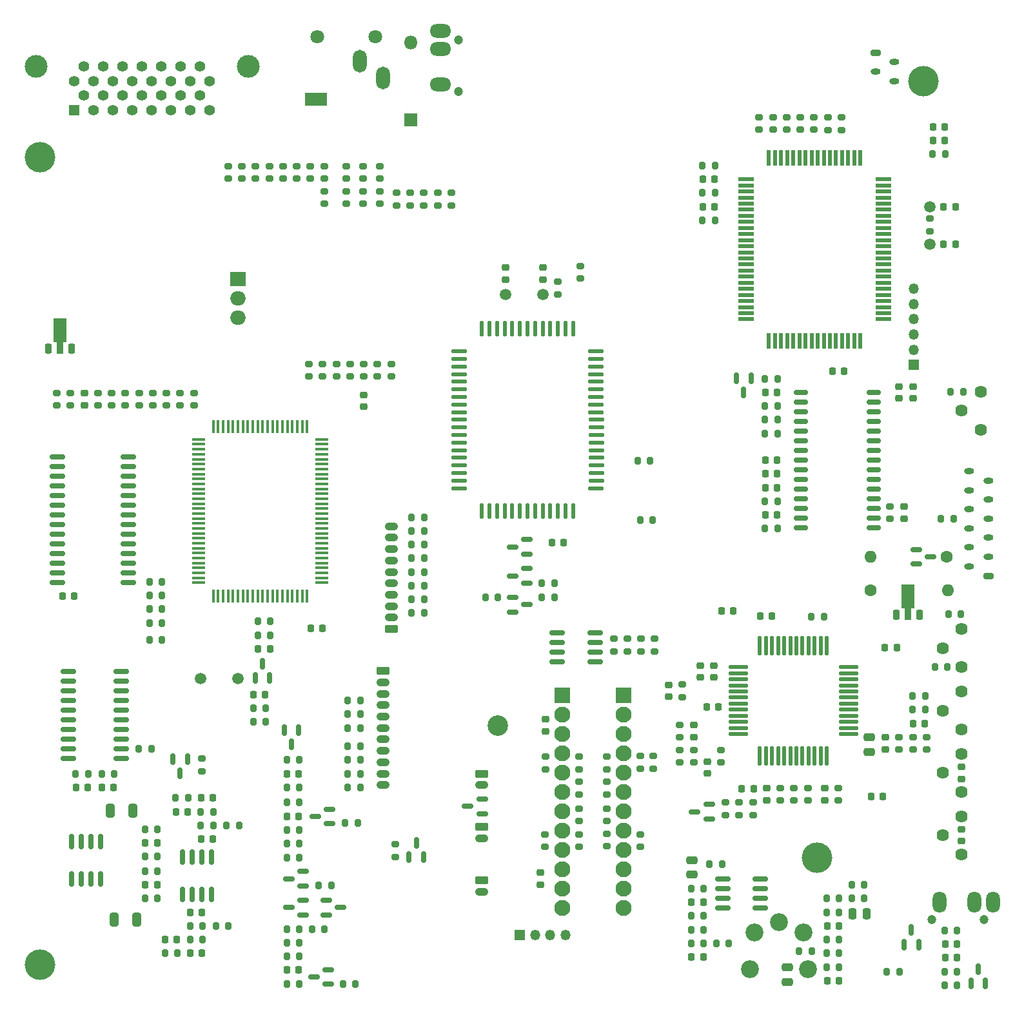
<source format=gbr>
%TF.GenerationSoftware,KiCad,Pcbnew,8.0.9-8.0.9-0~ubuntu24.04.1*%
%TF.CreationDate,2025-02-24T01:21:31+01:00*%
%TF.ProjectId,Main_PCB,4d61696e-5f50-4434-922e-6b696361645f,0.1*%
%TF.SameCoordinates,Original*%
%TF.FileFunction,Soldermask,Top*%
%TF.FilePolarity,Negative*%
%FSLAX46Y46*%
G04 Gerber Fmt 4.6, Leading zero omitted, Abs format (unit mm)*
G04 Created by KiCad (PCBNEW 8.0.9-8.0.9-0~ubuntu24.04.1) date 2025-02-24 01:21:31*
%MOMM*%
%LPD*%
G01*
G04 APERTURE LIST*
G04 Aperture macros list*
%AMRoundRect*
0 Rectangle with rounded corners*
0 $1 Rounding radius*
0 $2 $3 $4 $5 $6 $7 $8 $9 X,Y pos of 4 corners*
0 Add a 4 corners polygon primitive as box body*
4,1,4,$2,$3,$4,$5,$6,$7,$8,$9,$2,$3,0*
0 Add four circle primitives for the rounded corners*
1,1,$1+$1,$2,$3*
1,1,$1+$1,$4,$5*
1,1,$1+$1,$6,$7*
1,1,$1+$1,$8,$9*
0 Add four rect primitives between the rounded corners*
20,1,$1+$1,$2,$3,$4,$5,0*
20,1,$1+$1,$4,$5,$6,$7,0*
20,1,$1+$1,$6,$7,$8,$9,0*
20,1,$1+$1,$8,$9,$2,$3,0*%
%AMFreePoly0*
4,1,9,3.862500,-0.866500,0.737500,-0.866500,0.737500,-0.450000,-0.737500,-0.450000,-0.737500,0.450000,0.737500,0.450000,0.737500,0.866500,3.862500,0.866500,3.862500,-0.866500,3.862500,-0.866500,$1*%
G04 Aperture macros list end*
%ADD10C,1.500000*%
%ADD11RoundRect,0.225000X-0.250000X0.225000X-0.250000X-0.225000X0.250000X-0.225000X0.250000X0.225000X0*%
%ADD12C,2.340000*%
%ADD13RoundRect,0.200000X0.275000X-0.200000X0.275000X0.200000X-0.275000X0.200000X-0.275000X-0.200000X0*%
%ADD14RoundRect,0.225000X0.250000X-0.225000X0.250000X0.225000X-0.250000X0.225000X-0.250000X-0.225000X0*%
%ADD15RoundRect,0.200000X-0.200000X-0.275000X0.200000X-0.275000X0.200000X0.275000X-0.200000X0.275000X0*%
%ADD16RoundRect,0.200000X0.200000X0.275000X-0.200000X0.275000X-0.200000X-0.275000X0.200000X-0.275000X0*%
%ADD17RoundRect,0.225000X0.225000X0.250000X-0.225000X0.250000X-0.225000X-0.250000X0.225000X-0.250000X0*%
%ADD18RoundRect,0.150000X0.587500X0.150000X-0.587500X0.150000X-0.587500X-0.150000X0.587500X-0.150000X0*%
%ADD19RoundRect,0.200000X-0.275000X0.200000X-0.275000X-0.200000X0.275000X-0.200000X0.275000X0.200000X0*%
%ADD20RoundRect,0.150000X-0.587500X-0.150000X0.587500X-0.150000X0.587500X0.150000X-0.587500X0.150000X0*%
%ADD21RoundRect,0.150000X-0.825000X-0.150000X0.825000X-0.150000X0.825000X0.150000X-0.825000X0.150000X0*%
%ADD22RoundRect,0.250000X-0.250000X-0.475000X0.250000X-0.475000X0.250000X0.475000X-0.250000X0.475000X0*%
%ADD23C,4.000000*%
%ADD24RoundRect,0.225000X-0.225000X-0.250000X0.225000X-0.250000X0.225000X0.250000X-0.225000X0.250000X0*%
%ADD25RoundRect,0.137500X0.862500X0.137500X-0.862500X0.137500X-0.862500X-0.137500X0.862500X-0.137500X0*%
%ADD26RoundRect,0.137500X0.137500X0.862500X-0.137500X0.862500X-0.137500X-0.862500X0.137500X-0.862500X0*%
%ADD27RoundRect,0.137500X0.862500X-0.137500X0.862500X0.137500X-0.862500X0.137500X-0.862500X-0.137500X0*%
%ADD28RoundRect,0.250000X0.475000X-0.250000X0.475000X0.250000X-0.475000X0.250000X-0.475000X-0.250000X0*%
%ADD29RoundRect,0.100000X0.775000X0.100000X-0.775000X0.100000X-0.775000X-0.100000X0.775000X-0.100000X0*%
%ADD30RoundRect,0.100000X0.100000X0.775000X-0.100000X0.775000X-0.100000X-0.775000X0.100000X-0.775000X0*%
%ADD31RoundRect,0.150000X-0.150000X0.825000X-0.150000X-0.825000X0.150000X-0.825000X0.150000X0.825000X0*%
%ADD32RoundRect,0.250000X0.325000X0.650000X-0.325000X0.650000X-0.325000X-0.650000X0.325000X-0.650000X0*%
%ADD33RoundRect,0.150000X-0.150000X0.587500X-0.150000X-0.587500X0.150000X-0.587500X0.150000X0.587500X0*%
%ADD34RoundRect,0.150000X0.837500X0.150000X-0.837500X0.150000X-0.837500X-0.150000X0.837500X-0.150000X0*%
%ADD35RoundRect,0.150000X0.875000X0.150000X-0.875000X0.150000X-0.875000X-0.150000X0.875000X-0.150000X0*%
%ADD36RoundRect,0.150000X0.150000X-0.587500X0.150000X0.587500X-0.150000X0.587500X-0.150000X-0.587500X0*%
%ADD37RoundRect,0.150000X0.750000X0.150000X-0.750000X0.150000X-0.750000X-0.150000X0.750000X-0.150000X0*%
%ADD38RoundRect,0.225000X0.225000X-0.425000X0.225000X0.425000X-0.225000X0.425000X-0.225000X-0.425000X0*%
%ADD39FreePoly0,90.000000*%
%ADD40RoundRect,0.137500X-1.112500X-0.137500X1.112500X-0.137500X1.112500X0.137500X-1.112500X0.137500X0*%
%ADD41RoundRect,0.137500X0.137500X-1.112500X0.137500X1.112500X-0.137500X1.112500X-0.137500X-1.112500X0*%
%ADD42C,2.700000*%
%ADD43R,2.000000X0.500000*%
%ADD44R,0.500000X2.000000*%
%ADD45RoundRect,0.250000X-0.475000X0.250000X-0.475000X-0.250000X0.475000X-0.250000X0.475000X0.250000X0*%
%ADD46R,1.350000X1.350000*%
%ADD47O,1.350000X1.350000*%
%ADD48C,1.200000*%
%ADD49O,2.800000X1.800000*%
%ADD50RoundRect,0.200000X0.450000X-0.200000X0.450000X0.200000X-0.450000X0.200000X-0.450000X-0.200000X0*%
%ADD51O,1.300000X0.800000*%
%ADD52RoundRect,0.250000X0.615000X-0.265000X0.615000X0.265000X-0.615000X0.265000X-0.615000X-0.265000X0*%
%ADD53O,1.730000X1.030000*%
%ADD54RoundRect,0.250000X-0.615000X0.265000X-0.615000X-0.265000X0.615000X-0.265000X0.615000X0.265000X0*%
%ADD55C,1.600000*%
%ADD56O,1.600000X1.600000*%
%ADD57C,1.620000*%
%ADD58R,2.100000X2.100000*%
%ADD59C,2.100000*%
%ADD60O,1.800000X2.800000*%
%ADD61RoundRect,0.200000X-0.450000X0.200000X-0.450000X-0.200000X0.450000X-0.200000X0.450000X0.200000X0*%
%ADD62R,1.400000X1.400000*%
%ADD63C,1.400000*%
%ADD64C,3.000000*%
%ADD65C,1.800000*%
%ADD66R,3.000000X1.800000*%
%ADD67O,1.800000X3.000000*%
%ADD68R,1.800000X1.800000*%
%ADD69O,1.800000X1.800000*%
%ADD70R,2.000000X1.905000*%
%ADD71O,2.000000X1.905000*%
G04 APERTURE END LIST*
D10*
%TO.C,X101*%
X166800000Y-107400000D03*
X166800000Y-102500000D03*
%TD*%
D11*
%TO.C,C148*%
X92500000Y-127225000D03*
X92500000Y-128775000D03*
%TD*%
D12*
%TO.C,RV201*%
X150800000Y-202700000D03*
X150200000Y-197900000D03*
X147000000Y-196500000D03*
X143800000Y-197900000D03*
X143200000Y-202700000D03*
%TD*%
D11*
%TO.C,C146*%
X116000000Y-110525000D03*
X116000000Y-112075000D03*
%TD*%
D13*
%TO.C,R146*%
X128900000Y-160925000D03*
X128900000Y-159275000D03*
%TD*%
D14*
%TO.C,C120*%
X135800000Y-172175000D03*
X135800000Y-170625000D03*
%TD*%
D15*
%TO.C,R222*%
X85675000Y-197400000D03*
X87325000Y-197400000D03*
%TD*%
D16*
%TO.C,R236*%
X158225000Y-193400000D03*
X156575000Y-193400000D03*
%TD*%
D17*
%TO.C,C204*%
X59675000Y-178800000D03*
X58125000Y-178800000D03*
%TD*%
D18*
%TO.C,Q206*%
X84537500Y-191750000D03*
X84537500Y-189850000D03*
X82662500Y-190800000D03*
%TD*%
D19*
%TO.C,R151*%
X124400000Y-184875000D03*
X124400000Y-186525000D03*
%TD*%
D14*
%TO.C,C145*%
X111100000Y-112075000D03*
X111100000Y-110525000D03*
%TD*%
D19*
%TO.C,R308*%
X52200000Y-126975000D03*
X52200000Y-128625000D03*
%TD*%
D20*
%TO.C,D203*%
X87562500Y-193650000D03*
X87562500Y-195550000D03*
X89437500Y-194600000D03*
%TD*%
D16*
%TO.C,R127*%
X166225000Y-166800000D03*
X164575000Y-166800000D03*
%TD*%
D15*
%TO.C,R501*%
X90375000Y-177000000D03*
X92025000Y-177000000D03*
%TD*%
D16*
%TO.C,R220*%
X91425000Y-204600000D03*
X89775000Y-204600000D03*
%TD*%
D21*
%TO.C,IC103*%
X117925000Y-158495000D03*
X117925000Y-159765000D03*
X117925000Y-161035000D03*
X117925000Y-162305000D03*
X122875000Y-162305000D03*
X122875000Y-161035000D03*
X122875000Y-159765000D03*
X122875000Y-158495000D03*
%TD*%
D14*
%TO.C,C103*%
X163400000Y-143475000D03*
X163400000Y-141925000D03*
%TD*%
D17*
%TO.C,C108*%
X146775000Y-139400000D03*
X145225000Y-139400000D03*
%TD*%
D15*
%TO.C,R164*%
X115875000Y-153800000D03*
X117525000Y-153800000D03*
%TD*%
D22*
%TO.C,C223*%
X156650000Y-195400000D03*
X158550000Y-195400000D03*
%TD*%
D23*
%TO.C,H4*%
X152000000Y-188000000D03*
%TD*%
D15*
%TO.C,R130*%
X136975000Y-97100000D03*
X138625000Y-97100000D03*
%TD*%
D13*
%TO.C,R176*%
X92400000Y-102125000D03*
X92400000Y-100475000D03*
%TD*%
D15*
%TO.C,R508*%
X98775000Y-148700000D03*
X100425000Y-148700000D03*
%TD*%
D24*
%TO.C,C139*%
X145225000Y-126900000D03*
X146775000Y-126900000D03*
%TD*%
D13*
%TO.C,R134*%
X128800000Y-186625000D03*
X128800000Y-184975000D03*
%TD*%
D18*
%TO.C,D104*%
X108037500Y-182250000D03*
X108037500Y-180350000D03*
X106162500Y-181300000D03*
%TD*%
D17*
%TO.C,C130*%
X162475000Y-160400000D03*
X160925000Y-160400000D03*
%TD*%
D25*
%TO.C,IC108*%
X123000000Y-139500000D03*
X123037500Y-138500000D03*
X123037500Y-137500000D03*
X123037500Y-136500000D03*
X123037500Y-135500000D03*
X123037500Y-134500000D03*
X123037500Y-133500000D03*
X123037500Y-132500000D03*
X123037500Y-131500000D03*
X123037500Y-130500000D03*
X123000000Y-129500000D03*
X123000000Y-128500000D03*
X123000000Y-127500000D03*
X123000000Y-126500000D03*
X123000000Y-125500000D03*
X123000000Y-124500000D03*
X123000000Y-123500000D03*
X123000000Y-122500000D03*
X123000000Y-121500000D03*
D26*
X120000000Y-118500000D03*
X119000000Y-118500000D03*
X118000000Y-118500000D03*
X117000000Y-118500000D03*
X116000000Y-118500000D03*
X115000000Y-118500000D03*
X114000000Y-118500000D03*
X113000000Y-118500000D03*
X112000000Y-118500000D03*
X111000000Y-118500000D03*
X110000000Y-118500000D03*
X109000000Y-118500000D03*
X108000000Y-118500000D03*
D25*
X105000000Y-121500000D03*
X105000000Y-122500000D03*
X105000000Y-123500000D03*
X105000000Y-124500000D03*
X105000000Y-125500000D03*
X105000000Y-126500000D03*
X105000000Y-127500000D03*
X105000000Y-128500000D03*
X105000000Y-129500000D03*
X105000000Y-130500000D03*
X105000000Y-131500000D03*
X105000000Y-132500000D03*
X105000000Y-133500000D03*
X105000000Y-134500000D03*
X105000000Y-135500000D03*
X105000000Y-136500000D03*
D27*
X105000000Y-137500000D03*
X105000000Y-138500000D03*
X105000000Y-139500000D03*
D26*
X108000000Y-142500000D03*
X109000000Y-142500000D03*
X110000000Y-142500000D03*
X111000000Y-142500000D03*
X112000000Y-142500000D03*
X113000000Y-142500000D03*
X114000000Y-142500000D03*
X115000000Y-142500000D03*
X116000000Y-142500000D03*
X117000000Y-142500000D03*
X118000000Y-142500000D03*
X119000000Y-142500000D03*
X120000000Y-142500000D03*
%TD*%
D19*
%TO.C,R175*%
X120900000Y-110275000D03*
X120900000Y-111925000D03*
%TD*%
D11*
%TO.C,C138*%
X116400000Y-169875000D03*
X116400000Y-171425000D03*
%TD*%
D19*
%TO.C,R519*%
X96800000Y-100675000D03*
X96800000Y-102325000D03*
%TD*%
%TO.C,R521*%
X83700000Y-97175000D03*
X83700000Y-98825000D03*
%TD*%
%TO.C,R140*%
X125300000Y-159275000D03*
X125300000Y-160925000D03*
%TD*%
D15*
%TO.C,R157*%
X90375000Y-167400000D03*
X92025000Y-167400000D03*
%TD*%
D17*
%TO.C,C214*%
X71275000Y-195200000D03*
X69725000Y-195200000D03*
%TD*%
D28*
%TO.C,C219*%
X148100000Y-204350000D03*
X148100000Y-202450000D03*
%TD*%
D15*
%TO.C,R126*%
X164575000Y-168600000D03*
X166225000Y-168600000D03*
%TD*%
D16*
%TO.C,R169*%
X84025000Y-175200000D03*
X82375000Y-175200000D03*
%TD*%
D11*
%TO.C,C124*%
X145400000Y-178925000D03*
X145400000Y-180475000D03*
%TD*%
D13*
%TO.C,R181*%
X90700000Y-124825000D03*
X90700000Y-123175000D03*
%TD*%
D19*
%TO.C,R194*%
X96100000Y-123175000D03*
X96100000Y-124825000D03*
%TD*%
D17*
%TO.C,C217*%
X83975000Y-202800000D03*
X82425000Y-202800000D03*
%TD*%
D11*
%TO.C,C111*%
X171000000Y-184325000D03*
X171000000Y-185875000D03*
%TD*%
D17*
%TO.C,C132*%
X138575000Y-102500000D03*
X137025000Y-102500000D03*
%TD*%
D29*
%TO.C,IC109*%
X87025000Y-151925000D03*
X87025000Y-151275000D03*
X87025000Y-150625000D03*
X87025000Y-149975000D03*
X87025000Y-149325000D03*
X87025000Y-148675000D03*
X87025000Y-148025000D03*
X87025000Y-147375000D03*
X87025000Y-146725000D03*
X87025000Y-146075000D03*
X87025000Y-145425000D03*
X87025000Y-144775000D03*
X87025000Y-144125000D03*
X87025000Y-143475000D03*
X87025000Y-142825000D03*
X87025000Y-142175000D03*
X87025000Y-141525000D03*
X87025000Y-140875000D03*
X87025000Y-140225000D03*
X87025000Y-139575000D03*
X87025000Y-138925000D03*
X87025000Y-138275000D03*
X87025000Y-137625000D03*
X87025000Y-136975000D03*
X87025000Y-136325000D03*
X87025000Y-135675000D03*
X87025000Y-135025000D03*
X87025000Y-134375000D03*
X87025000Y-133725000D03*
X87025000Y-133075000D03*
D30*
X85075000Y-131375000D03*
X84425000Y-131375000D03*
X83775000Y-131375000D03*
X83125000Y-131375000D03*
X82475000Y-131375000D03*
X81825000Y-131375000D03*
X81175000Y-131375000D03*
X80525000Y-131375000D03*
X79875000Y-131375000D03*
X79225000Y-131375000D03*
X78575000Y-131375000D03*
X77925000Y-131375000D03*
X77275000Y-131375000D03*
X76625000Y-131375000D03*
X75975000Y-131375000D03*
X75325000Y-131375000D03*
X74675000Y-131375000D03*
X74025000Y-131375000D03*
X73375000Y-131375000D03*
X72725000Y-131375000D03*
D29*
X70775000Y-133075000D03*
X70775000Y-133725000D03*
X70775000Y-134375000D03*
X70775000Y-135025000D03*
X70775000Y-135675000D03*
X70775000Y-136325000D03*
X70775000Y-136975000D03*
X70775000Y-137625000D03*
X70775000Y-138275000D03*
X70775000Y-138925000D03*
X70775000Y-139575000D03*
X70775000Y-140225000D03*
X70775000Y-140875000D03*
X70775000Y-141525000D03*
X70775000Y-142175000D03*
X70775000Y-142825000D03*
X70775000Y-143475000D03*
X70775000Y-144125000D03*
X70775000Y-144775000D03*
X70775000Y-145425000D03*
X70775000Y-146075000D03*
X70775000Y-146725000D03*
X70775000Y-147375000D03*
X70775000Y-148025000D03*
X70775000Y-148675000D03*
X70775000Y-149325000D03*
X70775000Y-149975000D03*
X70775000Y-150625000D03*
X70775000Y-151275000D03*
X70775000Y-151925000D03*
D30*
X72725000Y-153625000D03*
X73375000Y-153625000D03*
X74025000Y-153625000D03*
X74675000Y-153625000D03*
X75325000Y-153625000D03*
X75975000Y-153625000D03*
X76625000Y-153625000D03*
X77275000Y-153625000D03*
X77925000Y-153625000D03*
X78575000Y-153625000D03*
X79225000Y-153625000D03*
X79875000Y-153625000D03*
X80525000Y-153625000D03*
X81175000Y-153625000D03*
X81825000Y-153625000D03*
X82475000Y-153625000D03*
X83125000Y-153625000D03*
X83775000Y-153625000D03*
X84425000Y-153625000D03*
X85075000Y-153625000D03*
%TD*%
D14*
%TO.C,C115*%
X138500000Y-164375000D03*
X138500000Y-162825000D03*
%TD*%
D13*
%TO.C,R111*%
X130500000Y-176325000D03*
X130500000Y-174675000D03*
%TD*%
D17*
%TO.C,C228*%
X137075000Y-193900000D03*
X135525000Y-193900000D03*
%TD*%
D31*
%TO.C,IC202*%
X57905000Y-185925000D03*
X56635000Y-185925000D03*
X55365000Y-185925000D03*
X54095000Y-185925000D03*
X54095000Y-190875000D03*
X55365000Y-190875000D03*
X56635000Y-190875000D03*
X57905000Y-190875000D03*
%TD*%
D13*
%TO.C,R123*%
X164600000Y-173825000D03*
X164600000Y-172175000D03*
%TD*%
D11*
%TO.C,C121*%
X137600000Y-175425000D03*
X137600000Y-176975000D03*
%TD*%
D24*
%TO.C,C212*%
X63825000Y-186110000D03*
X65375000Y-186110000D03*
%TD*%
D19*
%TO.C,R522*%
X78300000Y-97175000D03*
X78300000Y-98825000D03*
%TD*%
D16*
%TO.C,R219*%
X84025000Y-188000000D03*
X82375000Y-188000000D03*
%TD*%
D18*
%TO.C,Q103*%
X137837500Y-182950000D03*
X137837500Y-181050000D03*
X135962500Y-182000000D03*
%TD*%
D17*
%TO.C,C218*%
X83975000Y-182600000D03*
X82425000Y-182600000D03*
%TD*%
D19*
%TO.C,R115*%
X135800000Y-173875000D03*
X135800000Y-175525000D03*
%TD*%
D32*
%TO.C,C206*%
X62675000Y-196200000D03*
X59725000Y-196200000D03*
%TD*%
D15*
%TO.C,R233*%
X135475000Y-192100000D03*
X137125000Y-192100000D03*
%TD*%
D19*
%TO.C,R515*%
X104000000Y-100675000D03*
X104000000Y-102325000D03*
%TD*%
%TO.C,R149*%
X116300000Y-184975000D03*
X116300000Y-186625000D03*
%TD*%
D24*
%TO.C,C107*%
X145225000Y-137600000D03*
X146775000Y-137600000D03*
%TD*%
D19*
%TO.C,R138*%
X140000000Y-180775000D03*
X140000000Y-182425000D03*
%TD*%
D23*
%TO.C,H2*%
X166000000Y-86000000D03*
%TD*%
D13*
%TO.C,R103*%
X161600000Y-143525000D03*
X161600000Y-141875000D03*
%TD*%
D19*
%TO.C,R185*%
X59400000Y-126975000D03*
X59400000Y-128625000D03*
%TD*%
D33*
%TO.C,Q307*%
X69350000Y-175062500D03*
X67450000Y-175062500D03*
X68400000Y-176937500D03*
%TD*%
D15*
%TO.C,R231*%
X135475000Y-197500000D03*
X137125000Y-197500000D03*
%TD*%
D24*
%TO.C,C119*%
X139450000Y-155600000D03*
X141000000Y-155600000D03*
%TD*%
D33*
%TO.C,Q105*%
X83950000Y-171262500D03*
X82050000Y-171262500D03*
X83000000Y-173137500D03*
%TD*%
D16*
%TO.C,R137*%
X130100000Y-135900000D03*
X128450000Y-135900000D03*
%TD*%
D13*
%TO.C,R197*%
X98600000Y-102325000D03*
X98600000Y-100675000D03*
%TD*%
D16*
%TO.C,R210*%
X65425000Y-189800000D03*
X63775000Y-189800000D03*
%TD*%
%TO.C,R199*%
X130425000Y-143700000D03*
X128775000Y-143700000D03*
%TD*%
D34*
%TO.C,IC201*%
X60662500Y-175015000D03*
X60662500Y-173745000D03*
X60662500Y-172475000D03*
X60662500Y-171205000D03*
X60662500Y-169935000D03*
X60662500Y-168665000D03*
X60662500Y-167395000D03*
X60662500Y-166125000D03*
X60662500Y-164855000D03*
X60662500Y-163585000D03*
X53737500Y-163585000D03*
X53737500Y-164855000D03*
X53737500Y-166125000D03*
X53737500Y-167395000D03*
X53737500Y-168665000D03*
X53737500Y-169935000D03*
X53737500Y-171205000D03*
X53737500Y-172475000D03*
X53737500Y-173745000D03*
X53737500Y-175015000D03*
%TD*%
D13*
%TO.C,R113*%
X134000000Y-175525000D03*
X134000000Y-173875000D03*
%TD*%
D19*
%TO.C,R142*%
X120800000Y-181575000D03*
X120800000Y-183225000D03*
%TD*%
D11*
%TO.C,C160*%
X171000000Y-176125000D03*
X171000000Y-177675000D03*
%TD*%
D24*
%TO.C,C230*%
X168825000Y-199400000D03*
X170375000Y-199400000D03*
%TD*%
D17*
%TO.C,C123*%
X143675000Y-179000000D03*
X142125000Y-179000000D03*
%TD*%
D13*
%TO.C,R163*%
X166800000Y-105725000D03*
X166800000Y-104075000D03*
%TD*%
%TO.C,R116*%
X141800000Y-182425000D03*
X141800000Y-180775000D03*
%TD*%
D15*
%TO.C,R512*%
X98775000Y-155900000D03*
X100425000Y-155900000D03*
%TD*%
D16*
%TO.C,R204*%
X72725000Y-182000000D03*
X71075000Y-182000000D03*
%TD*%
D17*
%TO.C,C109*%
X146775000Y-143000000D03*
X145225000Y-143000000D03*
%TD*%
%TO.C,C133*%
X160675000Y-180000000D03*
X159125000Y-180000000D03*
%TD*%
D13*
%TO.C,R143*%
X120800000Y-179725000D03*
X120800000Y-178075000D03*
%TD*%
D35*
%TO.C,IC107*%
X61550000Y-151855000D03*
X61550000Y-150585000D03*
X61550000Y-149315000D03*
X61550000Y-148045000D03*
X61550000Y-146775000D03*
X61550000Y-145505000D03*
X61550000Y-144235000D03*
X61550000Y-142965000D03*
X61550000Y-141695000D03*
X61550000Y-140425000D03*
X61550000Y-139155000D03*
X61550000Y-137885000D03*
X61550000Y-136615000D03*
X61550000Y-135345000D03*
X52250000Y-135345000D03*
X52250000Y-136615000D03*
X52250000Y-137885000D03*
X52250000Y-139155000D03*
X52250000Y-140425000D03*
X52250000Y-141695000D03*
X52250000Y-142965000D03*
X52250000Y-144235000D03*
X52250000Y-145505000D03*
X52250000Y-146775000D03*
X52250000Y-148045000D03*
X52250000Y-149315000D03*
X52250000Y-150585000D03*
X52250000Y-151855000D03*
%TD*%
D15*
%TO.C,R201*%
X58075000Y-177000000D03*
X59725000Y-177000000D03*
%TD*%
D16*
%TO.C,R227*%
X154925000Y-202400000D03*
X153275000Y-202400000D03*
%TD*%
D36*
%TO.C,Q104*%
X78250000Y-164437500D03*
X80150000Y-164437500D03*
X79200000Y-162562500D03*
%TD*%
D24*
%TO.C,C203*%
X54725000Y-178800000D03*
X56275000Y-178800000D03*
%TD*%
D14*
%TO.C,C155*%
X55800000Y-128575000D03*
X55800000Y-127025000D03*
%TD*%
D15*
%TO.C,R226*%
X149675000Y-200300000D03*
X151325000Y-200300000D03*
%TD*%
D19*
%TO.C,R112*%
X134000000Y-170575000D03*
X134000000Y-172225000D03*
%TD*%
D37*
%TO.C,IC101*%
X159500000Y-144690000D03*
X159500000Y-143420000D03*
X159500000Y-142150000D03*
X159500000Y-140880000D03*
X159500000Y-139610000D03*
X159500000Y-138340000D03*
X159500000Y-137070000D03*
X159500000Y-135800000D03*
X159500000Y-134530000D03*
X159500000Y-133260000D03*
X159500000Y-131990000D03*
X159500000Y-130720000D03*
X159500000Y-129450000D03*
X159500000Y-128180000D03*
X159500000Y-126910000D03*
X149900000Y-126910000D03*
X149900000Y-128180000D03*
X149900000Y-129450000D03*
X149900000Y-130720000D03*
X149900000Y-131990000D03*
X149900000Y-133260000D03*
X149900000Y-134530000D03*
X149900000Y-135800000D03*
X149900000Y-137070000D03*
X149900000Y-138340000D03*
X149900000Y-139610000D03*
X149900000Y-140880000D03*
X149900000Y-142150000D03*
X149900000Y-143420000D03*
X149900000Y-144690000D03*
%TD*%
D15*
%TO.C,R158*%
X90375000Y-169200000D03*
X92025000Y-169200000D03*
%TD*%
D24*
%TO.C,C210*%
X69725000Y-200600000D03*
X71275000Y-200600000D03*
%TD*%
D14*
%TO.C,C116*%
X136700000Y-164375000D03*
X136700000Y-162825000D03*
%TD*%
D36*
%TO.C,Q209*%
X172250000Y-204537500D03*
X174150000Y-204537500D03*
X173200000Y-202662500D03*
%TD*%
D38*
%TO.C,Q101*%
X162437500Y-156150000D03*
D39*
X163937500Y-156062500D03*
D38*
X165437500Y-156150000D03*
%TD*%
D16*
%TO.C,R200*%
X56325000Y-177000000D03*
X54675000Y-177000000D03*
%TD*%
%TO.C,R168*%
X117525000Y-152000000D03*
X115875000Y-152000000D03*
%TD*%
%TO.C,R218*%
X84025000Y-197400000D03*
X82375000Y-197400000D03*
%TD*%
D21*
%TO.C,IC204*%
X139625000Y-190795000D03*
X139625000Y-192065000D03*
X139625000Y-193335000D03*
X139625000Y-194605000D03*
X144575000Y-194605000D03*
X144575000Y-193335000D03*
X144575000Y-192065000D03*
X144575000Y-190795000D03*
%TD*%
D18*
%TO.C,Q204*%
X113937500Y-151950000D03*
X113937500Y-150050000D03*
X112062500Y-151000000D03*
%TD*%
D13*
%TO.C,R192*%
X94300000Y-124825000D03*
X94300000Y-123175000D03*
%TD*%
D15*
%TO.C,R242*%
X153275000Y-198800000D03*
X154925000Y-198800000D03*
%TD*%
D13*
%TO.C,R125*%
X162800000Y-173825000D03*
X162800000Y-172175000D03*
%TD*%
D16*
%TO.C,R213*%
X84025000Y-186200000D03*
X82375000Y-186200000D03*
%TD*%
D24*
%TO.C,C141*%
X168625000Y-107400000D03*
X170175000Y-107400000D03*
%TD*%
D23*
%TO.C,H1*%
X50000000Y-96000000D03*
%TD*%
D15*
%TO.C,R172*%
X64375000Y-153600000D03*
X66025000Y-153600000D03*
%TD*%
D16*
%TO.C,R129*%
X138625000Y-100700000D03*
X136975000Y-100700000D03*
%TD*%
D17*
%TO.C,C118*%
X139075000Y-168200000D03*
X137525000Y-168200000D03*
%TD*%
D16*
%TO.C,R221*%
X91725000Y-183500000D03*
X90075000Y-183500000D03*
%TD*%
D15*
%TO.C,R505*%
X98775000Y-143300000D03*
X100425000Y-143300000D03*
%TD*%
D19*
%TO.C,R193*%
X92500000Y-123175000D03*
X92500000Y-124825000D03*
%TD*%
D15*
%TO.C,R506*%
X98775000Y-145100000D03*
X100425000Y-145100000D03*
%TD*%
D16*
%TO.C,R128*%
X138625000Y-104300000D03*
X136975000Y-104300000D03*
%TD*%
D17*
%TO.C,C131*%
X138575000Y-98900000D03*
X137025000Y-98900000D03*
%TD*%
D13*
%TO.C,R190*%
X68400000Y-128625000D03*
X68400000Y-126975000D03*
%TD*%
D20*
%TO.C,Q207*%
X112062500Y-153850000D03*
X112062500Y-155750000D03*
X113937500Y-154800000D03*
%TD*%
D24*
%TO.C,C208*%
X66425000Y-198800000D03*
X67975000Y-198800000D03*
%TD*%
D16*
%TO.C,R230*%
X154925000Y-200600000D03*
X153275000Y-200600000D03*
%TD*%
%TO.C,R202*%
X69425000Y-180200000D03*
X67775000Y-180200000D03*
%TD*%
D14*
%TO.C,C105*%
X162800000Y-127675000D03*
X162800000Y-126125000D03*
%TD*%
D17*
%TO.C,C151*%
X79575000Y-166600000D03*
X78025000Y-166600000D03*
%TD*%
D19*
%TO.C,R191*%
X70200000Y-126975000D03*
X70200000Y-128625000D03*
%TD*%
D16*
%TO.C,R232*%
X154925000Y-195200000D03*
X153275000Y-195200000D03*
%TD*%
%TO.C,R211*%
X65425000Y-187910000D03*
X63775000Y-187910000D03*
%TD*%
D15*
%TO.C,R159*%
X90375000Y-171000000D03*
X92025000Y-171000000D03*
%TD*%
D16*
%TO.C,R234*%
X154925000Y-193400000D03*
X153275000Y-193400000D03*
%TD*%
D18*
%TO.C,Q202*%
X88037500Y-183550000D03*
X88037500Y-181650000D03*
X86162500Y-182600000D03*
%TD*%
D19*
%TO.C,R189*%
X66600000Y-126975000D03*
X66600000Y-128625000D03*
%TD*%
D16*
%TO.C,R245*%
X170425000Y-204800000D03*
X168775000Y-204800000D03*
%TD*%
D15*
%TO.C,R173*%
X64375000Y-155400000D03*
X66025000Y-155400000D03*
%TD*%
%TO.C,R209*%
X69675000Y-197000000D03*
X71325000Y-197000000D03*
%TD*%
D36*
%TO.C,Q208*%
X163450000Y-199437500D03*
X165350000Y-199437500D03*
X164400000Y-197562500D03*
%TD*%
D17*
%TO.C,C112*%
X146075000Y-156300000D03*
X144525000Y-156300000D03*
%TD*%
D16*
%TO.C,R206*%
X76125000Y-183800000D03*
X74475000Y-183800000D03*
%TD*%
D15*
%TO.C,R166*%
X77975000Y-170200000D03*
X79625000Y-170200000D03*
%TD*%
D19*
%TO.C,R528*%
X144424000Y-90757000D03*
X144424000Y-92407000D03*
%TD*%
D15*
%TO.C,R170*%
X64375000Y-159400000D03*
X66025000Y-159400000D03*
%TD*%
D13*
%TO.C,R150*%
X124400000Y-176425000D03*
X124400000Y-174775000D03*
%TD*%
D19*
%TO.C,R305*%
X71200000Y-175032500D03*
X71200000Y-176682500D03*
%TD*%
D16*
%TO.C,R207*%
X74725000Y-197000000D03*
X73075000Y-197000000D03*
%TD*%
%TO.C,R152*%
X146825000Y-125100000D03*
X145175000Y-125100000D03*
%TD*%
D17*
%TO.C,C144*%
X118775000Y-146600000D03*
X117225000Y-146600000D03*
%TD*%
D31*
%TO.C,IC203*%
X72505000Y-187925000D03*
X71235000Y-187925000D03*
X69965000Y-187925000D03*
X68695000Y-187925000D03*
X68695000Y-192875000D03*
X69965000Y-192875000D03*
X71235000Y-192875000D03*
X72505000Y-192875000D03*
%TD*%
D14*
%TO.C,C125*%
X153000000Y-180475000D03*
X153000000Y-178925000D03*
%TD*%
D17*
%TO.C,C229*%
X170375000Y-201200000D03*
X168825000Y-201200000D03*
%TD*%
D16*
%TO.C,R198*%
X146825000Y-132300000D03*
X145175000Y-132300000D03*
%TD*%
D15*
%TO.C,R108*%
X145175000Y-144800000D03*
X146825000Y-144800000D03*
%TD*%
D13*
%TO.C,R145*%
X124400000Y-179725000D03*
X124400000Y-178075000D03*
%TD*%
D16*
%TO.C,R243*%
X137125000Y-195700000D03*
X135475000Y-195700000D03*
%TD*%
D18*
%TO.C,Q203*%
X113937500Y-148150000D03*
X113937500Y-146250000D03*
X112062500Y-147200000D03*
%TD*%
D14*
%TO.C,C137*%
X115700000Y-191575000D03*
X115700000Y-190025000D03*
%TD*%
D13*
%TO.C,R302*%
X96600000Y-187925000D03*
X96600000Y-186275000D03*
%TD*%
D19*
%TO.C,R532*%
X155200000Y-90775000D03*
X155200000Y-92425000D03*
%TD*%
D24*
%TO.C,C143*%
X167225000Y-93800000D03*
X168775000Y-93800000D03*
%TD*%
D15*
%TO.C,R229*%
X135475000Y-199300000D03*
X137125000Y-199300000D03*
%TD*%
D19*
%TO.C,R527*%
X87300000Y-97175000D03*
X87300000Y-98825000D03*
%TD*%
D32*
%TO.C,C205*%
X62175000Y-181900000D03*
X59225000Y-181900000D03*
%TD*%
D19*
%TO.C,R500*%
X153422000Y-90775000D03*
X153422000Y-92425000D03*
%TD*%
D17*
%TO.C,C140*%
X170175000Y-102500000D03*
X168625000Y-102500000D03*
%TD*%
D11*
%TO.C,C154*%
X132500000Y-165325000D03*
X132500000Y-166875000D03*
%TD*%
D40*
%TO.C,IC102*%
X141650000Y-163000000D03*
X141650000Y-163800000D03*
X141650000Y-164600000D03*
X141650000Y-165400000D03*
X141650000Y-166200000D03*
X141650000Y-167000000D03*
X141650000Y-167800000D03*
X141650000Y-168600000D03*
X141650000Y-169400000D03*
X141650000Y-170200000D03*
X141650000Y-171000000D03*
X141650000Y-171800000D03*
D41*
X144500000Y-174650000D03*
X145300000Y-174650000D03*
X146100000Y-174650000D03*
X146900000Y-174650000D03*
X147700000Y-174650000D03*
X148500000Y-174650000D03*
X149300000Y-174650000D03*
X150100000Y-174650000D03*
X150900000Y-174650000D03*
X151700000Y-174650000D03*
X152500000Y-174650000D03*
X153300000Y-174650000D03*
D40*
X156150000Y-171800000D03*
X156150000Y-171000000D03*
X156150000Y-170200000D03*
X156150000Y-169400000D03*
X156150000Y-168600000D03*
X156150000Y-167800000D03*
X156150000Y-167000000D03*
X156150000Y-166200000D03*
X156150000Y-165400000D03*
X156150000Y-164600000D03*
X156150000Y-163800000D03*
X156150000Y-163000000D03*
D41*
X153300000Y-160150000D03*
X152500000Y-160150000D03*
X151700000Y-160150000D03*
X150900000Y-160150000D03*
X150100000Y-160150000D03*
X149300000Y-160150000D03*
X148500000Y-160150000D03*
X147700000Y-160150000D03*
X146900000Y-160150000D03*
X146100000Y-160150000D03*
X145300000Y-160150000D03*
X144500000Y-160150000D03*
%TD*%
D19*
%TO.C,R133*%
X128800000Y-174675000D03*
X128800000Y-176325000D03*
%TD*%
D42*
%TO.C,H5*%
X110100000Y-170700000D03*
%TD*%
D19*
%TO.C,R525*%
X80100000Y-97175000D03*
X80100000Y-98825000D03*
%TD*%
D15*
%TO.C,R507*%
X98775000Y-146900000D03*
X100425000Y-146900000D03*
%TD*%
D19*
%TO.C,R517*%
X94600000Y-97175000D03*
X94600000Y-98825000D03*
%TD*%
D13*
%TO.C,R184*%
X57600000Y-128625000D03*
X57600000Y-126975000D03*
%TD*%
D19*
%TO.C,R531*%
X149824000Y-90757000D03*
X149824000Y-92407000D03*
%TD*%
D13*
%TO.C,R136*%
X120800000Y-186625000D03*
X120800000Y-184975000D03*
%TD*%
D19*
%TO.C,R132*%
X120800000Y-174775000D03*
X120800000Y-176425000D03*
%TD*%
D38*
%TO.C,IC302*%
X51100000Y-121150000D03*
D39*
X52600000Y-121062500D03*
D38*
X54100000Y-121150000D03*
%TD*%
D19*
%TO.C,R520*%
X81900000Y-97175000D03*
X81900000Y-98825000D03*
%TD*%
D15*
%TO.C,R174*%
X64375000Y-157200000D03*
X66025000Y-157200000D03*
%TD*%
%TO.C,R153*%
X90375000Y-178800000D03*
X92025000Y-178800000D03*
%TD*%
D16*
%TO.C,R244*%
X162825000Y-203000000D03*
X161175000Y-203000000D03*
%TD*%
%TO.C,R228*%
X140425000Y-199300000D03*
X138775000Y-199300000D03*
%TD*%
D13*
%TO.C,R503*%
X148024000Y-92407000D03*
X148024000Y-90757000D03*
%TD*%
D18*
%TO.C,Q201*%
X87837500Y-204650000D03*
X87837500Y-202750000D03*
X85962500Y-203700000D03*
%TD*%
D24*
%TO.C,C209*%
X71125000Y-180200000D03*
X72675000Y-180200000D03*
%TD*%
D19*
%TO.C,R179*%
X102200000Y-100675000D03*
X102200000Y-102325000D03*
%TD*%
%TO.C,R124*%
X166400000Y-172175000D03*
X166400000Y-173825000D03*
%TD*%
D16*
%TO.C,R205*%
X71325000Y-198800000D03*
X69675000Y-198800000D03*
%TD*%
D13*
%TO.C,R180*%
X85300000Y-124825000D03*
X85300000Y-123175000D03*
%TD*%
D28*
%TO.C,C224*%
X135600000Y-190250000D03*
X135600000Y-188350000D03*
%TD*%
D19*
%TO.C,R121*%
X149000000Y-178875000D03*
X149000000Y-180525000D03*
%TD*%
D14*
%TO.C,C110*%
X164600000Y-127675000D03*
X164600000Y-126125000D03*
%TD*%
D15*
%TO.C,R214*%
X82375000Y-201000000D03*
X84025000Y-201000000D03*
%TD*%
D16*
%TO.C,R212*%
X84025000Y-199200000D03*
X82375000Y-199200000D03*
%TD*%
D13*
%TO.C,R162*%
X118000000Y-114025000D03*
X118000000Y-112375000D03*
%TD*%
D15*
%TO.C,R171*%
X64375000Y-151800000D03*
X66025000Y-151800000D03*
%TD*%
D13*
%TO.C,R160*%
X54000000Y-128625000D03*
X54000000Y-126975000D03*
%TD*%
D17*
%TO.C,C128*%
X166175000Y-170400000D03*
X164625000Y-170400000D03*
%TD*%
D16*
%TO.C,R109*%
X146825000Y-130500000D03*
X145175000Y-130500000D03*
%TD*%
D13*
%TO.C,R141*%
X127100000Y-160925000D03*
X127100000Y-159275000D03*
%TD*%
D16*
%TO.C,R161*%
X110125000Y-153800000D03*
X108475000Y-153800000D03*
%TD*%
D13*
%TO.C,R504*%
X151624000Y-92407000D03*
X151624000Y-90757000D03*
%TD*%
D17*
%TO.C,C104*%
X155575000Y-124100000D03*
X154025000Y-124100000D03*
%TD*%
%TO.C,C213*%
X72675000Y-185600000D03*
X71125000Y-185600000D03*
%TD*%
D24*
%TO.C,C142*%
X167225000Y-92000000D03*
X168775000Y-92000000D03*
%TD*%
D16*
%TO.C,R106*%
X169125000Y-163000000D03*
X167475000Y-163000000D03*
%TD*%
D13*
%TO.C,R148*%
X116400000Y-176425000D03*
X116400000Y-174775000D03*
%TD*%
D19*
%TO.C,R524*%
X74700000Y-97175000D03*
X74700000Y-98825000D03*
%TD*%
D24*
%TO.C,C221*%
X153325000Y-204200000D03*
X154875000Y-204200000D03*
%TD*%
D17*
%TO.C,C152*%
X87075000Y-157900000D03*
X85525000Y-157900000D03*
%TD*%
D43*
%TO.C,IC106*%
X142700000Y-98900000D03*
X142700000Y-99700000D03*
X142700000Y-100500000D03*
X142700000Y-101300000D03*
X142700000Y-102100000D03*
X142700000Y-102900000D03*
X142700000Y-103700000D03*
X142700000Y-104500000D03*
X142700000Y-105300000D03*
X142700000Y-106100000D03*
X142700000Y-106900000D03*
X142700000Y-107700000D03*
X142700000Y-108500000D03*
X142700000Y-109300000D03*
X142700000Y-110100000D03*
X142700000Y-110900000D03*
X142700000Y-111700000D03*
X142700000Y-112500000D03*
X142700000Y-113300000D03*
X142700000Y-114100000D03*
X142700000Y-114900000D03*
X142700000Y-115700000D03*
X142700000Y-116500000D03*
X142700000Y-117300000D03*
D44*
X145700000Y-120100000D03*
X146500000Y-120100000D03*
X147300000Y-120100000D03*
X148100000Y-120100000D03*
X148900000Y-120100000D03*
X149700000Y-120100000D03*
X150500000Y-120100000D03*
X151300000Y-120100000D03*
X152100000Y-120100000D03*
X152900000Y-120100000D03*
X153700000Y-120100000D03*
X154500000Y-120100000D03*
X155300000Y-120100000D03*
X156100000Y-120100000D03*
X156900000Y-120100000D03*
X157700000Y-120100000D03*
D43*
X160700000Y-117300000D03*
X160700000Y-116500000D03*
X160700000Y-115700000D03*
X160700000Y-114900000D03*
X160700000Y-114100000D03*
X160700000Y-113300000D03*
X160700000Y-112500000D03*
X160700000Y-111700000D03*
X160700000Y-110900000D03*
X160700000Y-110100000D03*
X160700000Y-109300000D03*
X160700000Y-108500000D03*
X160700000Y-107700000D03*
X160700000Y-106900000D03*
X160700000Y-106100000D03*
X160700000Y-105300000D03*
X160700000Y-104500000D03*
X160700000Y-103700000D03*
X160700000Y-102900000D03*
X160700000Y-102100000D03*
X160700000Y-101300000D03*
X160700000Y-100500000D03*
X160700000Y-99700000D03*
X160700000Y-98900000D03*
D44*
X157700000Y-96100000D03*
X156900000Y-96100000D03*
X156100000Y-96100000D03*
X155300000Y-96100000D03*
X154500000Y-96100000D03*
X153700000Y-96100000D03*
X152900000Y-96100000D03*
X152100000Y-96100000D03*
X151300000Y-96100000D03*
X150500000Y-96100000D03*
X149700000Y-96100000D03*
X148900000Y-96100000D03*
X148100000Y-96100000D03*
X147300000Y-96100000D03*
X146500000Y-96100000D03*
X145700000Y-96100000D03*
%TD*%
D13*
%TO.C,R186*%
X61200000Y-128625000D03*
X61200000Y-126975000D03*
%TD*%
D15*
%TO.C,R104*%
X169575000Y-126800000D03*
X171225000Y-126800000D03*
%TD*%
D13*
%TO.C,R177*%
X94600000Y-102125000D03*
X94600000Y-100475000D03*
%TD*%
D15*
%TO.C,R208*%
X71075000Y-183800000D03*
X72725000Y-183800000D03*
%TD*%
D13*
%TO.C,R118*%
X147200000Y-180525000D03*
X147200000Y-178875000D03*
%TD*%
D16*
%TO.C,R122*%
X146825000Y-128700000D03*
X145175000Y-128700000D03*
%TD*%
D33*
%TO.C,Q102*%
X143350000Y-125062500D03*
X141450000Y-125062500D03*
X142400000Y-126937500D03*
%TD*%
D15*
%TO.C,R154*%
X82375000Y-178800000D03*
X84025000Y-178800000D03*
%TD*%
D24*
%TO.C,C207*%
X67825000Y-182000000D03*
X69375000Y-182000000D03*
%TD*%
D16*
%TO.C,R537*%
X168825000Y-95600000D03*
X167175000Y-95600000D03*
%TD*%
D19*
%TO.C,R196*%
X90200000Y-100475000D03*
X90200000Y-102125000D03*
%TD*%
D15*
%TO.C,R239*%
X168775000Y-203000000D03*
X170425000Y-203000000D03*
%TD*%
%TO.C,R509*%
X98775000Y-150500000D03*
X100425000Y-150500000D03*
%TD*%
D13*
%TO.C,R183*%
X87100000Y-124825000D03*
X87100000Y-123175000D03*
%TD*%
D19*
%TO.C,R516*%
X92400000Y-97175000D03*
X92400000Y-98825000D03*
%TD*%
%TO.C,R529*%
X146224000Y-90757000D03*
X146224000Y-92407000D03*
%TD*%
D17*
%TO.C,C222*%
X137075000Y-201100000D03*
X135525000Y-201100000D03*
%TD*%
D19*
%TO.C,R523*%
X76500000Y-97175000D03*
X76500000Y-98825000D03*
%TD*%
D15*
%TO.C,R215*%
X82375000Y-184400000D03*
X84025000Y-184400000D03*
%TD*%
D16*
%TO.C,R217*%
X84025000Y-180800000D03*
X82375000Y-180800000D03*
%TD*%
%TO.C,R107*%
X146825000Y-141200000D03*
X145175000Y-141200000D03*
%TD*%
D23*
%TO.C,H3*%
X50000000Y-202100000D03*
%TD*%
D16*
%TO.C,R238*%
X170425000Y-197600000D03*
X168775000Y-197600000D03*
%TD*%
D19*
%TO.C,R120*%
X150800000Y-178875000D03*
X150800000Y-180525000D03*
%TD*%
%TO.C,R147*%
X130700000Y-159275000D03*
X130700000Y-160925000D03*
%TD*%
%TO.C,R187*%
X63000000Y-126975000D03*
X63000000Y-128625000D03*
%TD*%
D36*
%TO.C,Q305*%
X98450000Y-187937500D03*
X100350000Y-187937500D03*
X99400000Y-186062500D03*
%TD*%
D16*
%TO.C,R102*%
X169925000Y-143500000D03*
X168275000Y-143500000D03*
%TD*%
D15*
%TO.C,R510*%
X98775000Y-152300000D03*
X100425000Y-152300000D03*
%TD*%
D19*
%TO.C,R514*%
X90200000Y-97175000D03*
X90200000Y-98825000D03*
%TD*%
D15*
%TO.C,R131*%
X151275000Y-156400000D03*
X152925000Y-156400000D03*
%TD*%
D19*
%TO.C,R119*%
X154800000Y-178875000D03*
X154800000Y-180525000D03*
%TD*%
D20*
%TO.C,D101*%
X165062500Y-147550000D03*
X165062500Y-149450000D03*
X166937500Y-148500000D03*
%TD*%
D16*
%TO.C,R237*%
X158225000Y-191600000D03*
X156575000Y-191600000D03*
%TD*%
D15*
%TO.C,R105*%
X169275000Y-156000000D03*
X170925000Y-156000000D03*
%TD*%
D24*
%TO.C,C106*%
X145225000Y-135800000D03*
X146775000Y-135800000D03*
%TD*%
D13*
%TO.C,R110*%
X134300000Y-166925000D03*
X134300000Y-165275000D03*
%TD*%
D16*
%TO.C,R235*%
X139525000Y-188900000D03*
X137875000Y-188900000D03*
%TD*%
D24*
%TO.C,C227*%
X153325000Y-197000000D03*
X154875000Y-197000000D03*
%TD*%
D18*
%TO.C,Q205*%
X84537500Y-195550000D03*
X84537500Y-193650000D03*
X82662500Y-194600000D03*
%TD*%
D15*
%TO.C,R246*%
X62975000Y-173700000D03*
X64625000Y-173700000D03*
%TD*%
%TO.C,R155*%
X90375000Y-175200000D03*
X92025000Y-175200000D03*
%TD*%
D16*
%TO.C,R240*%
X65425000Y-193400000D03*
X63775000Y-193400000D03*
%TD*%
D24*
%TO.C,C211*%
X63825000Y-191600000D03*
X65375000Y-191600000D03*
%TD*%
D15*
%TO.C,R223*%
X86575000Y-191700000D03*
X88225000Y-191700000D03*
%TD*%
D24*
%TO.C,C150*%
X78625000Y-160600000D03*
X80175000Y-160600000D03*
%TD*%
D19*
%TO.C,R144*%
X124400000Y-181575000D03*
X124400000Y-183225000D03*
%TD*%
D13*
%TO.C,R178*%
X87300000Y-102125000D03*
X87300000Y-100475000D03*
%TD*%
D16*
%TO.C,R216*%
X84025000Y-204600000D03*
X82375000Y-204600000D03*
%TD*%
D19*
%TO.C,R117*%
X143600000Y-180775000D03*
X143600000Y-182425000D03*
%TD*%
D13*
%TO.C,R114*%
X139400000Y-175525000D03*
X139400000Y-173875000D03*
%TD*%
D15*
%TO.C,R534*%
X78575000Y-157000000D03*
X80225000Y-157000000D03*
%TD*%
D16*
%TO.C,R241*%
X65425000Y-184300000D03*
X63775000Y-184300000D03*
%TD*%
D15*
%TO.C,R511*%
X98775000Y-154100000D03*
X100425000Y-154100000D03*
%TD*%
D24*
%TO.C,C153*%
X52925000Y-153700000D03*
X54475000Y-153700000D03*
%TD*%
D15*
%TO.C,R167*%
X78575000Y-158800000D03*
X80225000Y-158800000D03*
%TD*%
D19*
%TO.C,R518*%
X100400000Y-100675000D03*
X100400000Y-102325000D03*
%TD*%
D14*
%TO.C,C126*%
X161000000Y-173775000D03*
X161000000Y-172225000D03*
%TD*%
D16*
%TO.C,R165*%
X79625000Y-168400000D03*
X77975000Y-168400000D03*
%TD*%
D45*
%TO.C,C127*%
X158900000Y-172250000D03*
X158900000Y-174150000D03*
%TD*%
D19*
%TO.C,R526*%
X85500000Y-97175000D03*
X85500000Y-98825000D03*
%TD*%
D15*
%TO.C,R156*%
X90375000Y-173400000D03*
X92025000Y-173400000D03*
%TD*%
D13*
%TO.C,R188*%
X64800000Y-128625000D03*
X64800000Y-126975000D03*
%TD*%
D16*
%TO.C,R203*%
X68025000Y-200600000D03*
X66375000Y-200600000D03*
%TD*%
D13*
%TO.C,R182*%
X88900000Y-124825000D03*
X88900000Y-123175000D03*
%TD*%
D17*
%TO.C,C158*%
X83975000Y-177000000D03*
X82425000Y-177000000D03*
%TD*%
D46*
%TO.C,P104*%
X113000000Y-198200000D03*
D47*
X115000000Y-198200000D03*
X117000000Y-198200000D03*
X119000000Y-198200000D03*
%TD*%
D10*
%TO.C,CF101*%
X111100000Y-114000000D03*
X116000000Y-114000000D03*
%TD*%
D48*
%TO.C,JK101*%
X104900000Y-87400000D03*
X104900000Y-80600000D03*
D49*
X102600000Y-81800000D03*
X102600000Y-79400000D03*
X102600000Y-86400000D03*
%TD*%
D50*
%TO.C,CN102*%
X174500000Y-151000000D03*
D51*
X172000000Y-149750000D03*
X174500000Y-148500000D03*
X172000000Y-147250000D03*
X174500000Y-146000000D03*
X172000000Y-144750000D03*
X174500000Y-143500000D03*
X172000000Y-142250000D03*
X174500000Y-141000000D03*
X172000000Y-139750000D03*
X174500000Y-138500000D03*
X172000000Y-137250000D03*
%TD*%
D46*
%TO.C,P103*%
X164700000Y-123300000D03*
D47*
X164700000Y-121300000D03*
X164700000Y-119300000D03*
X164700000Y-117300000D03*
X164700000Y-115300000D03*
X164700000Y-113300000D03*
%TD*%
D52*
%TO.C,P101*%
X96100000Y-158000000D03*
D53*
X96100000Y-156500000D03*
X96100000Y-155000000D03*
X96100000Y-153500000D03*
X96100000Y-152000000D03*
X96100000Y-150500000D03*
X96100000Y-149000000D03*
X96100000Y-147500000D03*
X96100000Y-146000000D03*
X96100000Y-144500000D03*
%TD*%
D54*
%TO.C,P105*%
X108000000Y-184000000D03*
D53*
X108000000Y-185500000D03*
%TD*%
D55*
%TO.C,L101*%
X169000000Y-148500000D03*
D56*
X159000000Y-148500000D03*
%TD*%
D55*
%TO.C,R101*%
X159000000Y-152900000D03*
D56*
X169160000Y-152900000D03*
%TD*%
D54*
%TO.C,P102*%
X95000000Y-163500000D03*
D53*
X95000000Y-165000000D03*
X95000000Y-166500000D03*
X95000000Y-168000000D03*
X95000000Y-169500000D03*
X95000000Y-171000000D03*
X95000000Y-172500000D03*
X95000000Y-174000000D03*
X95000000Y-175500000D03*
X95000000Y-177000000D03*
X95000000Y-178500000D03*
%TD*%
D57*
%TO.C,VR102*%
X171000000Y-158000000D03*
X168500000Y-160500000D03*
X171000000Y-163000000D03*
%TD*%
D54*
%TO.C,P106*%
X108000000Y-191000000D03*
D53*
X108000000Y-192500000D03*
%TD*%
D57*
%TO.C,VR105*%
X171000000Y-166200000D03*
X168500000Y-168700000D03*
X171000000Y-171200000D03*
%TD*%
%TO.C,VR101*%
X173500000Y-126800000D03*
X171000000Y-129300000D03*
X173500000Y-131800000D03*
%TD*%
D58*
%TO.C,IC105*%
X126600000Y-166700000D03*
D59*
X126600000Y-169240000D03*
X126600000Y-171780000D03*
X126600000Y-174320000D03*
X126600000Y-176860000D03*
X126600000Y-179400000D03*
X126600000Y-181940000D03*
X126600000Y-184480000D03*
X126600000Y-187020000D03*
X126600000Y-189560000D03*
X126600000Y-192100000D03*
X126600000Y-194640000D03*
%TD*%
D48*
%TO.C,JK102*%
X167100000Y-196200000D03*
X173900000Y-196200000D03*
D60*
X172700000Y-193900000D03*
X175100000Y-193900000D03*
X168100000Y-193900000D03*
%TD*%
D61*
%TO.C,CN101*%
X159700000Y-82250000D03*
D51*
X162200000Y-83500000D03*
X159700000Y-84750000D03*
X162200000Y-86000000D03*
%TD*%
D62*
%TO.C,JK104*%
X54500000Y-89810000D03*
D63*
X55770000Y-87905000D03*
X57040000Y-89810000D03*
X58310000Y-87905000D03*
X59580000Y-89810000D03*
X60850000Y-87905000D03*
X62120000Y-89810000D03*
X63390000Y-87905000D03*
X64660000Y-89810000D03*
X65930000Y-87905000D03*
X67200000Y-89810000D03*
X68470000Y-87905000D03*
X69740000Y-89810000D03*
X71010000Y-87905000D03*
X72280000Y-89810000D03*
X54500000Y-86000000D03*
X55770000Y-84095000D03*
X57040000Y-86000000D03*
X58310000Y-84095000D03*
X59580000Y-86000000D03*
X60850000Y-84095000D03*
X62120000Y-86000000D03*
X63390000Y-84095000D03*
X64660000Y-86000000D03*
X65930000Y-84095000D03*
X67200000Y-86000000D03*
X68470000Y-84095000D03*
X69740000Y-86000000D03*
X71010000Y-84095000D03*
X72280000Y-86000000D03*
D64*
X49440000Y-84095000D03*
X77340000Y-84095000D03*
%TD*%
D65*
%TO.C,JK103*%
X94000000Y-80200000D03*
X86400000Y-80200000D03*
D66*
X86200000Y-88400000D03*
D67*
X92000000Y-83400000D03*
X95000000Y-85600000D03*
%TD*%
D58*
%TO.C,IC104*%
X118600000Y-166700000D03*
D59*
X118600000Y-169240000D03*
X118600000Y-171780000D03*
X118600000Y-174320000D03*
X118600000Y-176860000D03*
X118600000Y-179400000D03*
X118600000Y-181940000D03*
X118600000Y-184480000D03*
X118600000Y-187020000D03*
X118600000Y-189560000D03*
X118600000Y-192100000D03*
X118600000Y-194640000D03*
%TD*%
D68*
%TO.C,D301*%
X98700000Y-91100000D03*
D69*
X98700000Y-80940000D03*
%TD*%
D70*
%TO.C,IC301*%
X76000000Y-112000000D03*
D71*
X76000000Y-114540000D03*
X76000000Y-117080000D03*
%TD*%
D57*
%TO.C,VR103*%
X171000000Y-174400000D03*
X168500000Y-176900000D03*
X171000000Y-179400000D03*
%TD*%
D10*
%TO.C,CF102*%
X71100000Y-164500000D03*
X76000000Y-164500000D03*
%TD*%
D57*
%TO.C,VR104*%
X171000000Y-182600000D03*
X168500000Y-185100000D03*
X171000000Y-187600000D03*
%TD*%
D54*
%TO.C,P107*%
X108000000Y-177000000D03*
D53*
X108000000Y-178500000D03*
%TD*%
M02*

</source>
